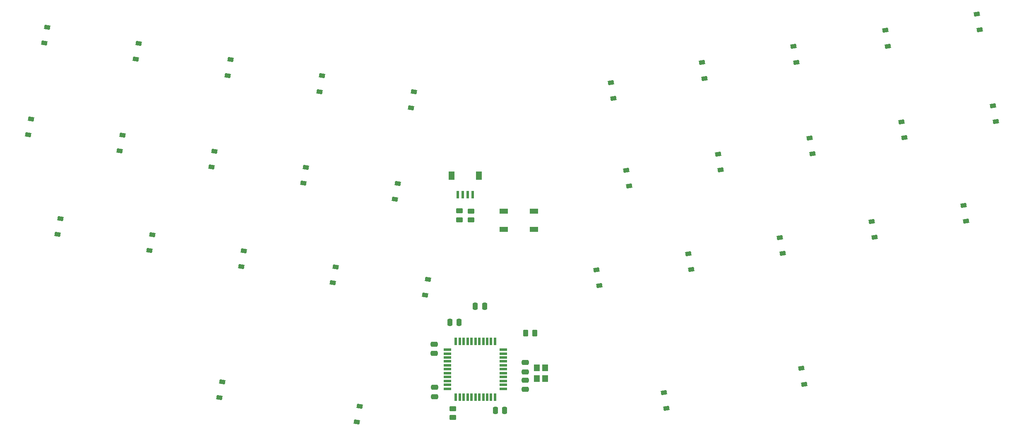
<source format=gbr>
%TF.GenerationSoftware,KiCad,Pcbnew,(6.0.4-0)*%
%TF.CreationDate,2023-01-13T14:19:42-08:00*%
%TF.ProjectId,AlphaStag,416c7068-6153-4746-9167-2e6b69636164,v1.0.0*%
%TF.SameCoordinates,Original*%
%TF.FileFunction,Paste,Bot*%
%TF.FilePolarity,Positive*%
%FSLAX46Y46*%
G04 Gerber Fmt 4.6, Leading zero omitted, Abs format (unit mm)*
G04 Created by KiCad (PCBNEW (6.0.4-0)) date 2023-01-13 14:19:42*
%MOMM*%
%LPD*%
G01*
G04 APERTURE LIST*
G04 Aperture macros list*
%AMRoundRect*
0 Rectangle with rounded corners*
0 $1 Rounding radius*
0 $2 $3 $4 $5 $6 $7 $8 $9 X,Y pos of 4 corners*
0 Add a 4 corners polygon primitive as box body*
4,1,4,$2,$3,$4,$5,$6,$7,$8,$9,$2,$3,0*
0 Add four circle primitives for the rounded corners*
1,1,$1+$1,$2,$3*
1,1,$1+$1,$4,$5*
1,1,$1+$1,$6,$7*
1,1,$1+$1,$8,$9*
0 Add four rect primitives between the rounded corners*
20,1,$1+$1,$2,$3,$4,$5,0*
20,1,$1+$1,$4,$5,$6,$7,0*
20,1,$1+$1,$6,$7,$8,$9,0*
20,1,$1+$1,$8,$9,$2,$3,0*%
%AMRotRect*
0 Rectangle, with rotation*
0 The origin of the aperture is its center*
0 $1 length*
0 $2 width*
0 $3 Rotation angle, in degrees counterclockwise*
0 Add horizontal line*
21,1,$1,$2,0,0,$3*%
G04 Aperture macros list end*
%ADD10R,1.800000X1.100000*%
%ADD11RotRect,0.900000X1.200000X100.000000*%
%ADD12RotRect,0.900000X1.200000X80.000000*%
%ADD13R,1.200000X1.800000*%
%ADD14R,0.600000X1.550000*%
%ADD15RoundRect,0.250000X-0.250000X-0.475000X0.250000X-0.475000X0.250000X0.475000X-0.250000X0.475000X0*%
%ADD16R,1.200000X1.400000*%
%ADD17RoundRect,0.250000X-0.475000X0.250000X-0.475000X-0.250000X0.475000X-0.250000X0.475000X0.250000X0*%
%ADD18R,0.550000X1.500000*%
%ADD19R,1.500000X0.550000*%
%ADD20RoundRect,0.250000X-0.450000X0.262500X-0.450000X-0.262500X0.450000X-0.262500X0.450000X0.262500X0*%
%ADD21RoundRect,0.250000X0.475000X-0.250000X0.475000X0.250000X-0.475000X0.250000X-0.475000X-0.250000X0*%
%ADD22RoundRect,0.250000X-0.262500X-0.450000X0.262500X-0.450000X0.262500X0.450000X-0.262500X0.450000X0*%
%ADD23RoundRect,0.250000X0.250000X0.475000X-0.250000X0.475000X-0.250000X-0.475000X0.250000X-0.475000X0*%
G04 APERTURE END LIST*
D10*
%TO.C,SW1*%
X139900000Y-64950000D03*
X133700000Y-64950000D03*
X133700000Y-68650000D03*
X139900000Y-68650000D03*
%TD*%
D11*
%TO.C,D29*%
X209532505Y-70280778D03*
X208959467Y-67030912D03*
%TD*%
D12*
%TO.C,D15*%
X111425447Y-62495670D03*
X111998485Y-59245804D03*
%TD*%
D11*
%TO.C,D9*%
X212296803Y-31105603D03*
X211723765Y-27855737D03*
%TD*%
%TO.C,D6*%
X156152873Y-41811288D03*
X155579835Y-38561422D03*
%TD*%
D12*
%TO.C,D24*%
X98737155Y-79602259D03*
X99310193Y-76352393D03*
%TD*%
D11*
%TO.C,D27*%
X172011329Y-76896773D03*
X171438291Y-73646907D03*
%TD*%
D12*
%TO.C,D32*%
X103644361Y-108110760D03*
X104217399Y-104860894D03*
%TD*%
D13*
%TO.C,J1*%
X123001748Y-57637500D03*
X128601748Y-57637500D03*
D14*
X124301748Y-61512500D03*
X125301748Y-61512500D03*
X126301748Y-61512500D03*
X127301748Y-61512500D03*
%TD*%
D15*
%TO.C,C6*%
X131956250Y-105775000D03*
X133856250Y-105775000D03*
%TD*%
D12*
%TO.C,D4*%
X95972857Y-40427085D03*
X96545895Y-37177219D03*
%TD*%
D16*
%TO.C,Y1*%
X140450000Y-99200000D03*
X140450000Y-97000000D03*
X142150000Y-97000000D03*
X142150000Y-99200000D03*
%TD*%
D11*
%TO.C,D19*%
X215604801Y-49866191D03*
X215031763Y-46616325D03*
%TD*%
D17*
%TO.C,C2*%
X138100000Y-95950000D03*
X138100000Y-97850000D03*
%TD*%
D11*
%TO.C,D10*%
X231057391Y-27797605D03*
X230484353Y-24547739D03*
%TD*%
D12*
%TO.C,D5*%
X114733445Y-43735083D03*
X115306483Y-40485217D03*
%TD*%
D18*
%TO.C,U2*%
X123900000Y-91600000D03*
X124700000Y-91600000D03*
X125500000Y-91600000D03*
X126300000Y-91600000D03*
X127100000Y-91600000D03*
X127900000Y-91600000D03*
X128700000Y-91600000D03*
X129500000Y-91600000D03*
X130300000Y-91600000D03*
X131100000Y-91600000D03*
X131900000Y-91600000D03*
D19*
X133600000Y-93300000D03*
X133600000Y-94100000D03*
X133600000Y-94900000D03*
X133600000Y-95700000D03*
X133600000Y-96500000D03*
X133600000Y-97300000D03*
X133600000Y-98100000D03*
X133600000Y-98900000D03*
X133600000Y-99700000D03*
X133600000Y-100500000D03*
X133600000Y-101300000D03*
D18*
X131900000Y-103000000D03*
X131100000Y-103000000D03*
X130300000Y-103000000D03*
X129500000Y-103000000D03*
X128700000Y-103000000D03*
X127900000Y-103000000D03*
X127100000Y-103000000D03*
X126300000Y-103000000D03*
X125500000Y-103000000D03*
X124700000Y-103000000D03*
X123900000Y-103000000D03*
D19*
X122200000Y-101300000D03*
X122200000Y-100500000D03*
X122200000Y-99700000D03*
X122200000Y-98900000D03*
X122200000Y-98100000D03*
X122200000Y-97300000D03*
X122200000Y-96500000D03*
X122200000Y-95700000D03*
X122200000Y-94900000D03*
X122200000Y-94100000D03*
X122200000Y-93300000D03*
%TD*%
D12*
%TO.C,D1*%
X39691094Y-30503092D03*
X40264132Y-27253226D03*
%TD*%
D20*
%TO.C,R3*%
X124601748Y-64875000D03*
X124601748Y-66700000D03*
%TD*%
D11*
%TO.C,D33*%
X166998136Y-105354096D03*
X166425098Y-102104230D03*
%TD*%
D20*
%TO.C,R4*%
X123306250Y-105362500D03*
X123306250Y-107187500D03*
%TD*%
D12*
%TO.C,D14*%
X92664859Y-59187673D03*
X93237897Y-55937807D03*
%TD*%
D11*
%TO.C,D17*%
X178083625Y-56482187D03*
X177510587Y-53232321D03*
%TD*%
D12*
%TO.C,D22*%
X61215980Y-72986264D03*
X61789018Y-69736398D03*
%TD*%
D11*
%TO.C,D30*%
X228293092Y-66972780D03*
X227720054Y-63722914D03*
%TD*%
%TO.C,D8*%
X193536215Y-34413601D03*
X192963177Y-31163735D03*
%TD*%
%TO.C,D26*%
X153250742Y-80204771D03*
X152677704Y-76954905D03*
%TD*%
D21*
%TO.C,C1*%
X138100000Y-101450000D03*
X138100000Y-99550000D03*
%TD*%
D15*
%TO.C,C4*%
X127856250Y-84375000D03*
X129756250Y-84375000D03*
%TD*%
D11*
%TO.C,D18*%
X196844213Y-53174189D03*
X196271175Y-49924323D03*
%TD*%
D12*
%TO.C,D23*%
X79976568Y-76294261D03*
X80549606Y-73044395D03*
%TD*%
%TO.C,D2*%
X58451682Y-33811089D03*
X59024720Y-30561223D03*
%TD*%
D17*
%TO.C,C5*%
X119500000Y-92150000D03*
X119500000Y-94050000D03*
%TD*%
D11*
%TO.C,D20*%
X234365388Y-46558193D03*
X233792350Y-43308327D03*
%TD*%
%TO.C,D16*%
X159323038Y-59790184D03*
X158750000Y-56540318D03*
%TD*%
D22*
%TO.C,R1*%
X138193750Y-89875000D03*
X140018750Y-89875000D03*
%TD*%
D20*
%TO.C,R2*%
X127000000Y-64887500D03*
X127000000Y-66712500D03*
%TD*%
D11*
%TO.C,D7*%
X174775628Y-37721599D03*
X174202590Y-34471733D03*
%TD*%
D12*
%TO.C,D3*%
X77212269Y-37119087D03*
X77785307Y-33869221D03*
%TD*%
D11*
%TO.C,D34*%
X195139018Y-100392099D03*
X194565980Y-97142233D03*
%TD*%
D12*
%TO.C,D31*%
X75503480Y-103148763D03*
X76076518Y-99898897D03*
%TD*%
%TO.C,D25*%
X117635576Y-82128566D03*
X118208614Y-78878700D03*
%TD*%
%TO.C,D11*%
X36383096Y-49263679D03*
X36956134Y-46013813D03*
%TD*%
%TO.C,D21*%
X42455392Y-69678266D03*
X43028430Y-66428400D03*
%TD*%
D23*
%TO.C,C8*%
X124550000Y-87700000D03*
X122650000Y-87700000D03*
%TD*%
D12*
%TO.C,D13*%
X73904272Y-55879675D03*
X74477310Y-52629809D03*
%TD*%
D21*
%TO.C,C7*%
X119506250Y-102925000D03*
X119506250Y-101025000D03*
%TD*%
D11*
%TO.C,D28*%
X190771917Y-73588775D03*
X190198879Y-70338909D03*
%TD*%
D12*
%TO.C,D12*%
X55143684Y-52571677D03*
X55716722Y-49321811D03*
%TD*%
M02*

</source>
